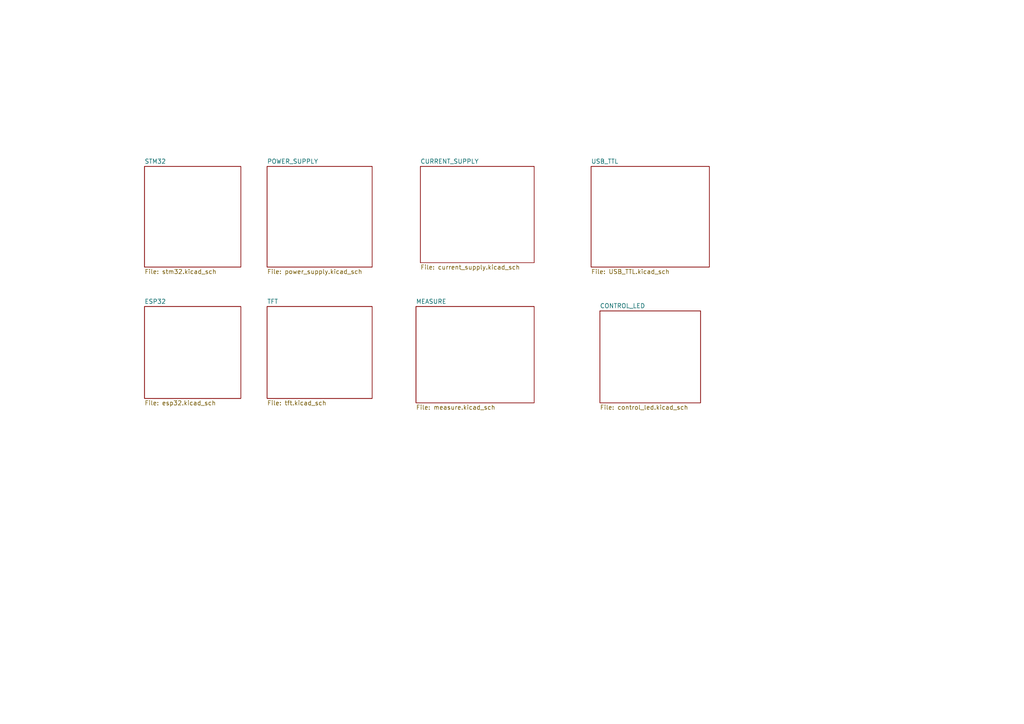
<source format=kicad_sch>
(kicad_sch (version 20230121) (generator eeschema)

  (uuid ce4779b4-6d78-42e3-84df-0a4e77629b0f)

  (paper "A4")

  (lib_symbols
  )


  (sheet (at 77.47 88.9) (size 30.48 26.67) (fields_autoplaced)
    (stroke (width 0.1524) (type solid))
    (fill (color 0 0 0 0.0000))
    (uuid 06edfd9a-10e3-4294-8775-983c56efee5c)
    (property "Sheetname" "TFT" (at 77.47 88.1884 0)
      (effects (font (size 1.27 1.27)) (justify left bottom))
    )
    (property "Sheetfile" "tft.kicad_sch" (at 77.47 116.1546 0)
      (effects (font (size 1.27 1.27)) (justify left top))
    )
    (instances
      (project "BTL_ESD"
        (path "/ce4779b4-6d78-42e3-84df-0a4e77629b0f" (page "5"))
      )
    )
  )

  (sheet (at 41.91 88.9) (size 27.94 26.67) (fields_autoplaced)
    (stroke (width 0.1524) (type solid))
    (fill (color 0 0 0 0.0000))
    (uuid 44099a2a-bdde-4bbb-bae9-9fc724f8d252)
    (property "Sheetname" "ESP32" (at 41.91 88.1884 0)
      (effects (font (size 1.27 1.27)) (justify left bottom))
    )
    (property "Sheetfile" "esp32.kicad_sch" (at 41.91 116.1546 0)
      (effects (font (size 1.27 1.27)) (justify left top))
    )
    (instances
      (project "BTL_ESD"
        (path "/ce4779b4-6d78-42e3-84df-0a4e77629b0f" (page "4"))
      )
    )
  )

  (sheet (at 171.45 48.26) (size 34.29 29.21) (fields_autoplaced)
    (stroke (width 0.1524) (type solid))
    (fill (color 0 0 0 0.0000))
    (uuid 5a62b24e-983b-422f-a5b4-3f2d2f2b7ed3)
    (property "Sheetname" "USB_TTL" (at 171.45 47.5484 0)
      (effects (font (size 1.27 1.27)) (justify left bottom))
    )
    (property "Sheetfile" "USB_TTL.kicad_sch" (at 171.45 78.0546 0)
      (effects (font (size 1.27 1.27)) (justify left top))
    )
    (instances
      (project "BTL_ESD"
        (path "/ce4779b4-6d78-42e3-84df-0a4e77629b0f" (page "8"))
      )
    )
  )

  (sheet (at 121.92 48.26) (size 33.02 27.94) (fields_autoplaced)
    (stroke (width 0.1524) (type solid))
    (fill (color 0 0 0 0.0000))
    (uuid 5e78f83c-f202-4ca3-bd35-bb95a1f1b22b)
    (property "Sheetname" "CURRENT_SUPPLY" (at 121.92 47.5484 0)
      (effects (font (size 1.27 1.27)) (justify left bottom))
    )
    (property "Sheetfile" "current_supply.kicad_sch" (at 121.92 76.7846 0)
      (effects (font (size 1.27 1.27)) (justify left top))
    )
    (instances
      (project "BTL_ESD"
        (path "/ce4779b4-6d78-42e3-84df-0a4e77629b0f" (page "6"))
      )
    )
  )

  (sheet (at 41.91 48.26) (size 27.94 29.21) (fields_autoplaced)
    (stroke (width 0.1524) (type solid))
    (fill (color 0 0 0 0.0000))
    (uuid 9d7f72da-4df1-471c-b393-08ba4426cbba)
    (property "Sheetname" "STM32" (at 41.91 47.5484 0)
      (effects (font (size 1.27 1.27)) (justify left bottom))
    )
    (property "Sheetfile" "stm32.kicad_sch" (at 41.91 78.0546 0)
      (effects (font (size 1.27 1.27)) (justify left top))
    )
    (instances
      (project "BTL_ESD"
        (path "/ce4779b4-6d78-42e3-84df-0a4e77629b0f" (page "3"))
      )
    )
  )

  (sheet (at 173.99 90.17) (size 29.21 26.67) (fields_autoplaced)
    (stroke (width 0.1524) (type solid))
    (fill (color 0 0 0 0.0000))
    (uuid aa65e15e-8b54-480e-8def-56214b53193f)
    (property "Sheetname" "CONTROL_LED" (at 173.99 89.4584 0)
      (effects (font (size 1.27 1.27)) (justify left bottom))
    )
    (property "Sheetfile" "control_led.kicad_sch" (at 173.99 117.4246 0)
      (effects (font (size 1.27 1.27)) (justify left top))
    )
    (instances
      (project "BTL_ESD"
        (path "/ce4779b4-6d78-42e3-84df-0a4e77629b0f" (page "9"))
      )
    )
  )

  (sheet (at 120.65 88.9) (size 34.29 27.94) (fields_autoplaced)
    (stroke (width 0.1524) (type solid))
    (fill (color 0 0 0 0.0000))
    (uuid c3280f20-486c-46c2-9703-f7181f16559f)
    (property "Sheetname" "MEASURE" (at 120.65 88.1884 0)
      (effects (font (size 1.27 1.27)) (justify left bottom))
    )
    (property "Sheetfile" "measure.kicad_sch" (at 120.65 117.4246 0)
      (effects (font (size 1.27 1.27)) (justify left top))
    )
    (instances
      (project "BTL_ESD"
        (path "/ce4779b4-6d78-42e3-84df-0a4e77629b0f" (page "7"))
      )
    )
  )

  (sheet (at 77.47 48.26) (size 30.48 29.21) (fields_autoplaced)
    (stroke (width 0.1524) (type solid))
    (fill (color 0 0 0 0.0000))
    (uuid fb6de343-a930-422d-a1ac-a921f45011d1)
    (property "Sheetname" "POWER_SUPPLY" (at 77.47 47.5484 0)
      (effects (font (size 1.27 1.27)) (justify left bottom))
    )
    (property "Sheetfile" "power_supply.kicad_sch" (at 77.47 78.0546 0)
      (effects (font (size 1.27 1.27)) (justify left top))
    )
    (instances
      (project "BTL_ESD"
        (path "/ce4779b4-6d78-42e3-84df-0a4e77629b0f" (page "2"))
      )
    )
  )

  (sheet_instances
    (path "/" (page "1"))
  )
)

</source>
